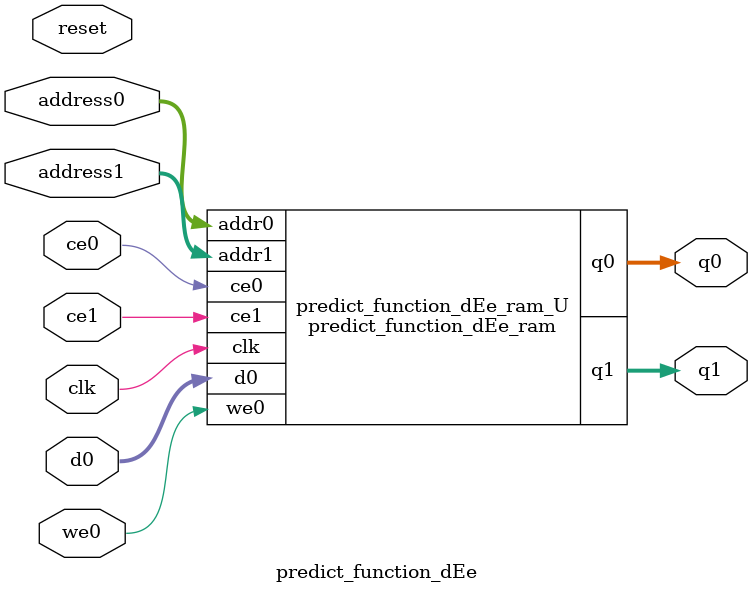
<source format=v>

`timescale 1 ns / 1 ps
module predict_function_dEe_ram (addr0, ce0, d0, we0, q0, addr1, ce1, q1,  clk);

parameter DWIDTH = 32;
parameter AWIDTH = 10;
parameter MEM_SIZE = 1000;

input[AWIDTH-1:0] addr0;
input ce0;
input[DWIDTH-1:0] d0;
input we0;
output reg[DWIDTH-1:0] q0;
input[AWIDTH-1:0] addr1;
input ce1;
output reg[DWIDTH-1:0] q1;
input clk;

(* ram_style = "block" *)reg [DWIDTH-1:0] ram[0:MEM_SIZE-1];




always @(posedge clk)  
begin 
    if (ce0) 
    begin
        if (we0) 
        begin 
            ram[addr0] <= d0; 
            q0 <= d0;
        end 
        else 
            q0 <= ram[addr0];
    end
end


always @(posedge clk)  
begin 
    if (ce1) 
    begin
            q1 <= ram[addr1];
    end
end


endmodule


`timescale 1 ns / 1 ps
module predict_function_dEe(
    reset,
    clk,
    address0,
    ce0,
    we0,
    d0,
    q0,
    address1,
    ce1,
    q1);

parameter DataWidth = 32'd32;
parameter AddressRange = 32'd1000;
parameter AddressWidth = 32'd10;
input reset;
input clk;
input[AddressWidth - 1:0] address0;
input ce0;
input we0;
input[DataWidth - 1:0] d0;
output[DataWidth - 1:0] q0;
input[AddressWidth - 1:0] address1;
input ce1;
output[DataWidth - 1:0] q1;



predict_function_dEe_ram predict_function_dEe_ram_U(
    .clk( clk ),
    .addr0( address0 ),
    .ce0( ce0 ),
    .we0( we0 ),
    .d0( d0 ),
    .q0( q0 ),
    .addr1( address1 ),
    .ce1( ce1 ),
    .q1( q1 ));

endmodule


</source>
